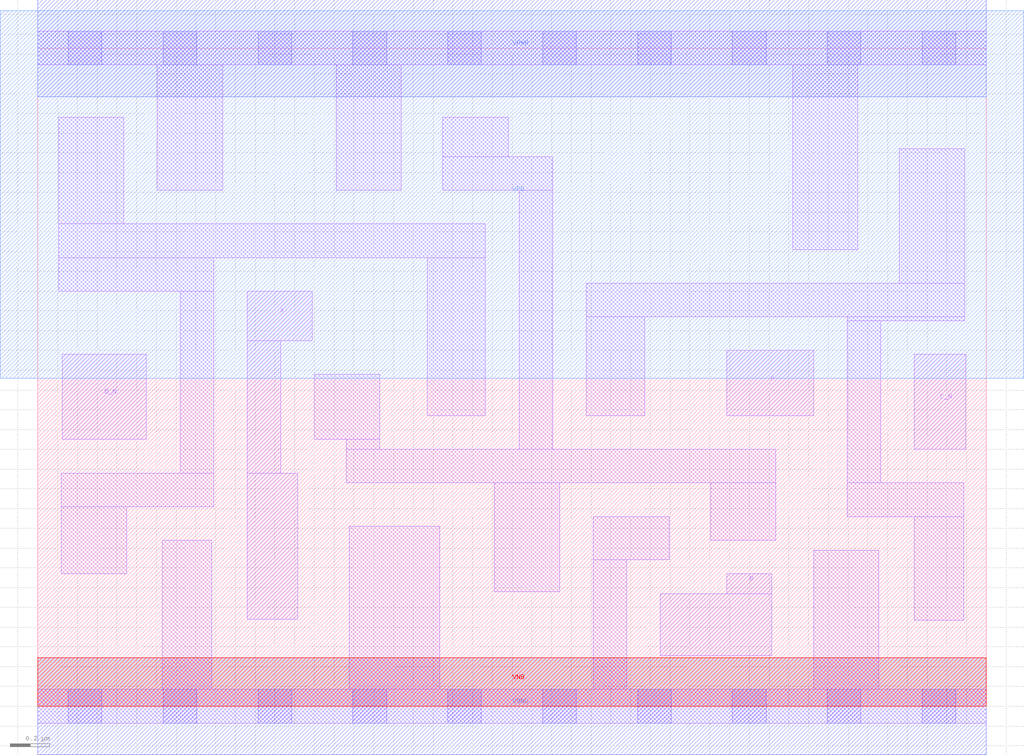
<source format=lef>
# Copyright 2020 The SkyWater PDK Authors
#
# Licensed under the Apache License, Version 2.0 (the "License");
# you may not use this file except in compliance with the License.
# You may obtain a copy of the License at
#
#     https://www.apache.org/licenses/LICENSE-2.0
#
# Unless required by applicable law or agreed to in writing, software
# distributed under the License is distributed on an "AS IS" BASIS,
# WITHOUT WARRANTIES OR CONDITIONS OF ANY KIND, either express or implied.
# See the License for the specific language governing permissions and
# limitations under the License.
#
# SPDX-License-Identifier: Apache-2.0

VERSION 5.7 ;
  NOWIREEXTENSIONATPIN ON ;
  DIVIDERCHAR "/" ;
  BUSBITCHARS "[]" ;
MACRO sky130_fd_sc_ls__or4bb_2
  CLASS CORE ;
  FOREIGN sky130_fd_sc_ls__or4bb_2 ;
  ORIGIN  0.000000  0.000000 ;
  SIZE  4.800000 BY  3.330000 ;
  SYMMETRY X Y ;
  SITE unit ;
  PIN A
    ANTENNAGATEAREA  0.246000 ;
    DIRECTION INPUT ;
    USE SIGNAL ;
    PORT
      LAYER li1 ;
        RECT 3.485000 1.470000 3.925000 1.800000 ;
    END
  END A
  PIN B
    ANTENNAGATEAREA  0.246000 ;
    DIRECTION INPUT ;
    USE SIGNAL ;
    PORT
      LAYER li1 ;
        RECT 3.150000 0.255000 3.715000 0.570000 ;
        RECT 3.485000 0.570000 3.715000 0.670000 ;
    END
  END B
  PIN C_N
    ANTENNAGATEAREA  0.208500 ;
    DIRECTION INPUT ;
    USE SIGNAL ;
    PORT
      LAYER li1 ;
        RECT 4.435000 1.300000 4.695000 1.780000 ;
    END
  END C_N
  PIN D_N
    ANTENNAGATEAREA  0.208500 ;
    DIRECTION INPUT ;
    USE SIGNAL ;
    PORT
      LAYER li1 ;
        RECT 0.125000 1.350000 0.550000 1.780000 ;
    END
  END D_N
  PIN X
    ANTENNADIFFAREA  0.543200 ;
    DIRECTION OUTPUT ;
    USE SIGNAL ;
    PORT
      LAYER li1 ;
        RECT 1.060000 0.440000 1.315000 1.180000 ;
        RECT 1.060000 1.180000 1.230000 1.850000 ;
        RECT 1.060000 1.850000 1.390000 2.100000 ;
    END
  END X
  PIN VGND
    DIRECTION INOUT ;
    SHAPE ABUTMENT ;
    USE GROUND ;
    PORT
      LAYER met1 ;
        RECT 0.000000 -0.245000 4.800000 0.245000 ;
    END
  END VGND
  PIN VNB
    DIRECTION INOUT ;
    USE GROUND ;
    PORT
      LAYER pwell ;
        RECT 0.000000 0.000000 4.800000 0.245000 ;
    END
  END VNB
  PIN VPB
    DIRECTION INOUT ;
    USE POWER ;
    PORT
      LAYER nwell ;
        RECT -0.190000 1.660000 4.990000 3.520000 ;
    END
  END VPB
  PIN VPWR
    DIRECTION INOUT ;
    SHAPE ABUTMENT ;
    USE POWER ;
    PORT
      LAYER met1 ;
        RECT 0.000000 3.085000 4.800000 3.575000 ;
    END
  END VPWR
  OBS
    LAYER li1 ;
      RECT 0.000000 -0.085000 4.800000 0.085000 ;
      RECT 0.000000  3.245000 4.800000 3.415000 ;
      RECT 0.105000  2.100000 0.890000 2.270000 ;
      RECT 0.105000  2.270000 2.265000 2.440000 ;
      RECT 0.105000  2.440000 0.435000 2.980000 ;
      RECT 0.120000  0.670000 0.450000 1.010000 ;
      RECT 0.120000  1.010000 0.890000 1.180000 ;
      RECT 0.605000  2.610000 0.935000 3.245000 ;
      RECT 0.630000  0.085000 0.880000 0.840000 ;
      RECT 0.720000  1.180000 0.890000 2.100000 ;
      RECT 1.400000  1.350000 1.730000 1.680000 ;
      RECT 1.510000  2.610000 1.840000 3.245000 ;
      RECT 1.560000  1.130000 3.735000 1.300000 ;
      RECT 1.560000  1.300000 1.730000 1.350000 ;
      RECT 1.575000  0.085000 2.035000 0.910000 ;
      RECT 1.970000  1.470000 2.265000 2.270000 ;
      RECT 2.050000  2.610000 2.605000 2.780000 ;
      RECT 2.050000  2.780000 2.380000 2.980000 ;
      RECT 2.310000  0.580000 2.640000 1.130000 ;
      RECT 2.435000  1.300000 2.605000 2.610000 ;
      RECT 2.775000  1.470000 3.070000 1.970000 ;
      RECT 2.775000  1.970000 4.690000 2.140000 ;
      RECT 2.810000  0.085000 2.980000 0.740000 ;
      RECT 2.810000  0.740000 3.195000 0.960000 ;
      RECT 3.405000  0.840000 3.735000 1.130000 ;
      RECT 3.820000  2.310000 4.150000 3.245000 ;
      RECT 3.925000  0.085000 4.255000 0.790000 ;
      RECT 4.095000  0.960000 4.685000 1.130000 ;
      RECT 4.095000  1.130000 4.265000 1.950000 ;
      RECT 4.095000  1.950000 4.690000 1.970000 ;
      RECT 4.360000  2.140000 4.690000 2.820000 ;
      RECT 4.435000  0.435000 4.685000 0.960000 ;
    LAYER mcon ;
      RECT 0.155000 -0.085000 0.325000 0.085000 ;
      RECT 0.155000  3.245000 0.325000 3.415000 ;
      RECT 0.635000 -0.085000 0.805000 0.085000 ;
      RECT 0.635000  3.245000 0.805000 3.415000 ;
      RECT 1.115000 -0.085000 1.285000 0.085000 ;
      RECT 1.115000  3.245000 1.285000 3.415000 ;
      RECT 1.595000 -0.085000 1.765000 0.085000 ;
      RECT 1.595000  3.245000 1.765000 3.415000 ;
      RECT 2.075000 -0.085000 2.245000 0.085000 ;
      RECT 2.075000  3.245000 2.245000 3.415000 ;
      RECT 2.555000 -0.085000 2.725000 0.085000 ;
      RECT 2.555000  3.245000 2.725000 3.415000 ;
      RECT 3.035000 -0.085000 3.205000 0.085000 ;
      RECT 3.035000  3.245000 3.205000 3.415000 ;
      RECT 3.515000 -0.085000 3.685000 0.085000 ;
      RECT 3.515000  3.245000 3.685000 3.415000 ;
      RECT 3.995000 -0.085000 4.165000 0.085000 ;
      RECT 3.995000  3.245000 4.165000 3.415000 ;
      RECT 4.475000 -0.085000 4.645000 0.085000 ;
      RECT 4.475000  3.245000 4.645000 3.415000 ;
  END
END sky130_fd_sc_ls__or4bb_2
END LIBRARY

</source>
